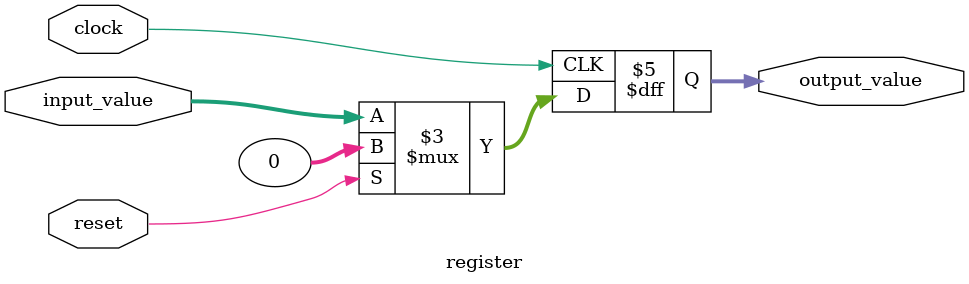
<source format=v>
module register #(parameter len = 32) (input clock, 
	input reset,
	input [len-1:0] input_value, 
	output reg [len-1:0] output_value);

    always @ (posedge clock)
    begin
        if (reset) output_value = 0;
        else output_value = input_value;
    end 

endmodule 
</source>
